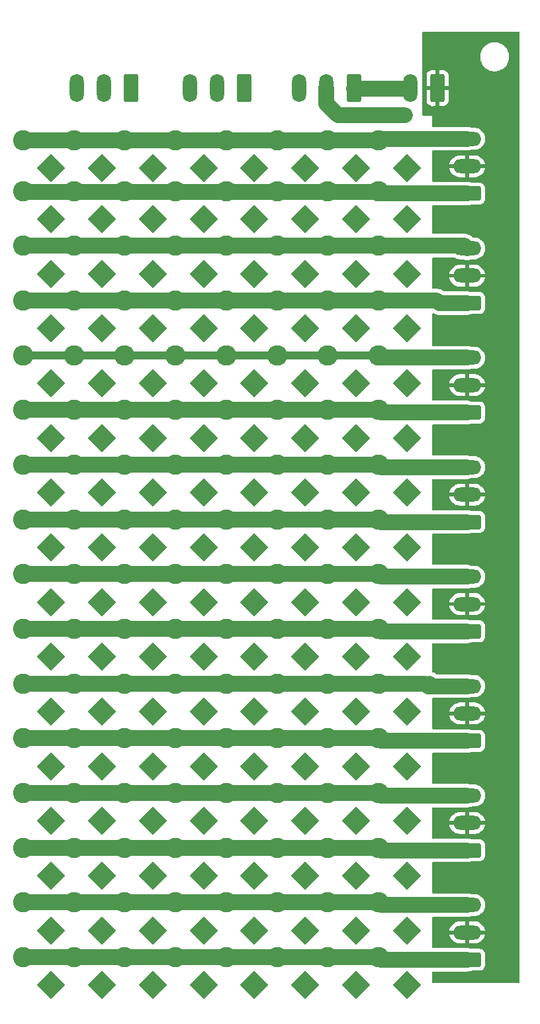
<source format=gbr>
%TF.GenerationSoftware,KiCad,Pcbnew,8.0.8*%
%TF.CreationDate,2025-02-01T21:35:17+01:00*%
%TF.ProjectId,pointMatrix,706f696e-744d-4617-9472-69782e6b6963,rev?*%
%TF.SameCoordinates,Original*%
%TF.FileFunction,Copper,L1,Top*%
%TF.FilePolarity,Positive*%
%FSLAX46Y46*%
G04 Gerber Fmt 4.6, Leading zero omitted, Abs format (unit mm)*
G04 Created by KiCad (PCBNEW 8.0.8) date 2025-02-01 21:35:17*
%MOMM*%
%LPD*%
G01*
G04 APERTURE LIST*
G04 Aperture macros list*
%AMRoundRect*
0 Rectangle with rounded corners*
0 $1 Rounding radius*
0 $2 $3 $4 $5 $6 $7 $8 $9 X,Y pos of 4 corners*
0 Add a 4 corners polygon primitive as box body*
4,1,4,$2,$3,$4,$5,$6,$7,$8,$9,$2,$3,0*
0 Add four circle primitives for the rounded corners*
1,1,$1+$1,$2,$3*
1,1,$1+$1,$4,$5*
1,1,$1+$1,$6,$7*
1,1,$1+$1,$8,$9*
0 Add four rect primitives between the rounded corners*
20,1,$1+$1,$2,$3,$4,$5,0*
20,1,$1+$1,$4,$5,$6,$7,0*
20,1,$1+$1,$6,$7,$8,$9,0*
20,1,$1+$1,$8,$9,$2,$3,0*%
%AMHorizOval*
0 Thick line with rounded ends*
0 $1 width*
0 $2 $3 position (X,Y) of the first rounded end (center of the circle)*
0 $4 $5 position (X,Y) of the second rounded end (center of the circle)*
0 Add line between two ends*
20,1,$1,$2,$3,$4,$5,0*
0 Add two circle primitives to create the rounded ends*
1,1,$1,$2,$3*
1,1,$1,$4,$5*%
%AMRotRect*
0 Rectangle, with rotation*
0 The origin of the aperture is its center*
0 $1 length*
0 $2 width*
0 $3 Rotation angle, in degrees counterclockwise*
0 Add horizontal line*
21,1,$1,$2,0,0,$3*%
G04 Aperture macros list end*
%TA.AperFunction,ComponentPad*%
%ADD10RotRect,2.600000X2.600000X135.000000*%
%TD*%
%TA.AperFunction,ComponentPad*%
%ADD11HorizOval,2.600000X0.000000X0.000000X0.000000X0.000000X0*%
%TD*%
%TA.AperFunction,ComponentPad*%
%ADD12RoundRect,0.250000X1.550000X-0.650000X1.550000X0.650000X-1.550000X0.650000X-1.550000X-0.650000X0*%
%TD*%
%TA.AperFunction,ComponentPad*%
%ADD13O,3.600000X1.800000*%
%TD*%
%TA.AperFunction,ComponentPad*%
%ADD14RoundRect,0.250000X0.650000X1.550000X-0.650000X1.550000X-0.650000X-1.550000X0.650000X-1.550000X0*%
%TD*%
%TA.AperFunction,ComponentPad*%
%ADD15O,1.800000X3.600000*%
%TD*%
%TA.AperFunction,ViaPad*%
%ADD16C,0.500000*%
%TD*%
%TA.AperFunction,Conductor*%
%ADD17C,2.000000*%
%TD*%
%TA.AperFunction,Conductor*%
%ADD18C,1.000000*%
%TD*%
G04 APERTURE END LIST*
D10*
%TO.P,D2504,1,K*%
%TO.N,/Matrix/COL4*%
X96259206Y-75759206D03*
D11*
%TO.P,D2504,2,A*%
%TO.N,/Matrix/8.A*%
X92667104Y-72167104D03*
%TD*%
D10*
%TO.P,D2207,1,K*%
%TO.N,/Matrix/COL7*%
X115759206Y-96759206D03*
D11*
%TO.P,D2207,2,A*%
%TO.N,/Matrix/6.B*%
X112167104Y-93167104D03*
%TD*%
D10*
%TO.P,D1904,1,K*%
%TO.N,/Matrix/COL4*%
X96259206Y-117759206D03*
D11*
%TO.P,D1904,2,A*%
%TO.N,/Matrix/5.A*%
X92667104Y-114167104D03*
%TD*%
D10*
%TO.P,D1907,1,K*%
%TO.N,/Matrix/COL7*%
X115759206Y-117759206D03*
D11*
%TO.P,D1907,2,A*%
%TO.N,/Matrix/5.A*%
X112167104Y-114167104D03*
%TD*%
D10*
%TO.P,D1701,1,K*%
%TO.N,/Matrix/COL1*%
X76759206Y-131759206D03*
D11*
%TO.P,D1701,2,A*%
%TO.N,/Matrix/4.A*%
X73167104Y-128167104D03*
%TD*%
D10*
%TO.P,D2402,1,K*%
%TO.N,/Matrix/COL2*%
X83259206Y-82759206D03*
D11*
%TO.P,D2402,2,A*%
%TO.N,/Matrix/7.B*%
X79667104Y-79167104D03*
%TD*%
D10*
%TO.P,D1702,1,K*%
%TO.N,/Matrix/COL2*%
X83259206Y-131759206D03*
D11*
%TO.P,D1702,2,A*%
%TO.N,/Matrix/4.A*%
X79667104Y-128167104D03*
%TD*%
D10*
%TO.P,D1404,1,K*%
%TO.N,/Matrix/COL4*%
X96259206Y-152759206D03*
D11*
%TO.P,D1404,2,A*%
%TO.N,/Matrix/2.B*%
X92667104Y-149167104D03*
%TD*%
D10*
%TO.P,D2005,1,K*%
%TO.N,/Matrix/COL5*%
X102759206Y-110759206D03*
D11*
%TO.P,D2005,2,A*%
%TO.N,/Matrix/5.B*%
X99167104Y-107167104D03*
%TD*%
D10*
%TO.P,D1308,1,K*%
%TO.N,/Matrix/COL8*%
X122259206Y-159759206D03*
D11*
%TO.P,D1308,2,A*%
%TO.N,/Matrix/2.A*%
X118667104Y-156167104D03*
%TD*%
D10*
%TO.P,D1707,1,K*%
%TO.N,/Matrix/COL7*%
X115759206Y-131759206D03*
D11*
%TO.P,D1707,2,A*%
%TO.N,/Matrix/4.A*%
X112167104Y-128167104D03*
%TD*%
D10*
%TO.P,D2103,1,K*%
%TO.N,/Matrix/COL3*%
X89759206Y-103759206D03*
D11*
%TO.P,D2103,2,A*%
%TO.N,/Matrix/6.A*%
X86167104Y-100167104D03*
%TD*%
D10*
%TO.P,D2003,1,K*%
%TO.N,/Matrix/COL3*%
X89759206Y-110759206D03*
D11*
%TO.P,D2003,2,A*%
%TO.N,/Matrix/5.B*%
X86167104Y-107167104D03*
%TD*%
D10*
%TO.P,D1303,1,K*%
%TO.N,/Matrix/COL3*%
X89759206Y-159759206D03*
D11*
%TO.P,D1303,2,A*%
%TO.N,/Matrix/2.A*%
X86167104Y-156167104D03*
%TD*%
D10*
%TO.P,D2008,1,K*%
%TO.N,/Matrix/COL8*%
X122259206Y-110759206D03*
D11*
%TO.P,D2008,2,A*%
%TO.N,/Matrix/5.B*%
X118667104Y-107167104D03*
%TD*%
D10*
%TO.P,D1706,1,K*%
%TO.N,/Matrix/COL6*%
X109259206Y-131759206D03*
D11*
%TO.P,D1706,2,A*%
%TO.N,/Matrix/4.A*%
X105667104Y-128167104D03*
%TD*%
D10*
%TO.P,D1806,1,K*%
%TO.N,/Matrix/COL6*%
X109259206Y-124759206D03*
D11*
%TO.P,D1806,2,A*%
%TO.N,/Matrix/4.B*%
X105667104Y-121167104D03*
%TD*%
D10*
%TO.P,D1304,1,K*%
%TO.N,/Matrix/COL4*%
X96259206Y-159759206D03*
D11*
%TO.P,D1304,2,A*%
%TO.N,/Matrix/2.A*%
X92667104Y-156167104D03*
%TD*%
D10*
%TO.P,D2301,1,K*%
%TO.N,/Matrix/COL1*%
X76759206Y-89759206D03*
D11*
%TO.P,D2301,2,A*%
%TO.N,/Matrix/7.A*%
X73167104Y-86167104D03*
%TD*%
D10*
%TO.P,D1807,1,K*%
%TO.N,/Matrix/COL7*%
X115759206Y-124759206D03*
D11*
%TO.P,D1807,2,A*%
%TO.N,/Matrix/4.B*%
X112167104Y-121167104D03*
%TD*%
D12*
%TO.P,J801,1,Pin_1*%
%TO.N,/Matrix/7.A*%
X130000000Y-86500000D03*
D13*
%TO.P,J801,2,Pin_2*%
%TO.N,VCC*%
X130000000Y-83000000D03*
%TO.P,J801,3,Pin_3*%
%TO.N,/Matrix/7.B*%
X130000000Y-79500000D03*
%TD*%
D10*
%TO.P,D2303,1,K*%
%TO.N,/Matrix/COL3*%
X89759206Y-89759206D03*
D11*
%TO.P,D2303,2,A*%
%TO.N,/Matrix/7.A*%
X86167104Y-86167104D03*
%TD*%
D10*
%TO.P,D1101,1,K*%
%TO.N,/Matrix/COL1*%
X76759206Y-173759206D03*
D11*
%TO.P,D1101,2,A*%
%TO.N,/Matrix/1.A*%
X73167104Y-170167104D03*
%TD*%
D10*
%TO.P,D2604,1,K*%
%TO.N,/Matrix/COL4*%
X96259206Y-69259206D03*
D11*
%TO.P,D2604,2,A*%
%TO.N,/Matrix/8.B*%
X92667104Y-65667104D03*
%TD*%
D10*
%TO.P,D1902,1,K*%
%TO.N,/Matrix/COL2*%
X83259206Y-117759206D03*
D11*
%TO.P,D1902,2,A*%
%TO.N,/Matrix/5.A*%
X79667104Y-114167104D03*
%TD*%
D10*
%TO.P,D1305,1,K*%
%TO.N,/Matrix/COL5*%
X102759206Y-159759206D03*
D11*
%TO.P,D1305,2,A*%
%TO.N,/Matrix/2.A*%
X99167104Y-156167104D03*
%TD*%
D10*
%TO.P,D1207,1,K*%
%TO.N,/Matrix/COL7*%
X115759206Y-166759206D03*
D11*
%TO.P,D1207,2,A*%
%TO.N,/Matrix/1.B*%
X112167104Y-163167104D03*
%TD*%
D10*
%TO.P,D1608,1,K*%
%TO.N,/Matrix/COL8*%
X122259206Y-138759206D03*
D11*
%TO.P,D1608,2,A*%
%TO.N,/Matrix/3.B*%
X118667104Y-135167104D03*
%TD*%
D10*
%TO.P,D2403,1,K*%
%TO.N,/Matrix/COL3*%
X89759206Y-82759206D03*
D11*
%TO.P,D2403,2,A*%
%TO.N,/Matrix/7.B*%
X86167104Y-79167104D03*
%TD*%
D10*
%TO.P,D1705,1,K*%
%TO.N,/Matrix/COL5*%
X102759206Y-131759206D03*
D11*
%TO.P,D1705,2,A*%
%TO.N,/Matrix/4.A*%
X99167104Y-128167104D03*
%TD*%
D10*
%TO.P,D1105,1,K*%
%TO.N,/Matrix/COL5*%
X102759206Y-173759206D03*
D11*
%TO.P,D1105,2,A*%
%TO.N,/Matrix/1.A*%
X99167104Y-170167104D03*
%TD*%
D10*
%TO.P,D2204,1,K*%
%TO.N,/Matrix/COL4*%
X96259206Y-96759206D03*
D11*
%TO.P,D2204,2,A*%
%TO.N,/Matrix/6.B*%
X92667104Y-93167104D03*
%TD*%
D10*
%TO.P,D1802,1,K*%
%TO.N,/Matrix/COL2*%
X83259206Y-124759206D03*
D11*
%TO.P,D1802,2,A*%
%TO.N,/Matrix/4.B*%
X79667104Y-121167104D03*
%TD*%
D10*
%TO.P,D2601,1,K*%
%TO.N,/Matrix/COL1*%
X76759206Y-69259206D03*
D11*
%TO.P,D2601,2,A*%
%TO.N,/Matrix/8.B*%
X73167104Y-65667104D03*
%TD*%
D10*
%TO.P,D1301,1,K*%
%TO.N,/Matrix/COL1*%
X76759206Y-159759206D03*
D11*
%TO.P,D1301,2,A*%
%TO.N,/Matrix/2.A*%
X73167104Y-156167104D03*
%TD*%
D10*
%TO.P,D2608,1,K*%
%TO.N,/Matrix/COL8*%
X122259206Y-69259206D03*
D11*
%TO.P,D2608,2,A*%
%TO.N,/Matrix/8.B*%
X118667104Y-65667104D03*
%TD*%
D10*
%TO.P,D1808,1,K*%
%TO.N,/Matrix/COL8*%
X122259206Y-124759206D03*
D11*
%TO.P,D1808,2,A*%
%TO.N,/Matrix/4.B*%
X118667104Y-121167104D03*
%TD*%
D10*
%TO.P,D1601,1,K*%
%TO.N,/Matrix/COL1*%
X76759206Y-138759206D03*
D11*
%TO.P,D1601,2,A*%
%TO.N,/Matrix/3.B*%
X73167104Y-135167104D03*
%TD*%
D10*
%TO.P,D1903,1,K*%
%TO.N,/Matrix/COL3*%
X89759206Y-117759206D03*
D11*
%TO.P,D1903,2,A*%
%TO.N,/Matrix/5.A*%
X86167104Y-114167104D03*
%TD*%
D10*
%TO.P,D2307,1,K*%
%TO.N,/Matrix/COL7*%
X115759206Y-89759206D03*
D11*
%TO.P,D2307,2,A*%
%TO.N,/Matrix/7.A*%
X112167104Y-86167104D03*
%TD*%
D10*
%TO.P,D1401,1,K*%
%TO.N,/Matrix/COL1*%
X76759206Y-152759206D03*
D11*
%TO.P,D1401,2,A*%
%TO.N,/Matrix/2.B*%
X73167104Y-149167104D03*
%TD*%
D10*
%TO.P,D1803,1,K*%
%TO.N,/Matrix/COL3*%
X89759206Y-124759206D03*
D11*
%TO.P,D1803,2,A*%
%TO.N,/Matrix/4.B*%
X86167104Y-121167104D03*
%TD*%
D10*
%TO.P,D2507,1,K*%
%TO.N,/Matrix/COL7*%
X115759206Y-75759206D03*
D11*
%TO.P,D2507,2,A*%
%TO.N,/Matrix/8.A*%
X112167104Y-72167104D03*
%TD*%
D10*
%TO.P,D1603,1,K*%
%TO.N,/Matrix/COL3*%
X89759206Y-138759206D03*
D11*
%TO.P,D1603,2,A*%
%TO.N,/Matrix/3.B*%
X86167104Y-135167104D03*
%TD*%
D12*
%TO.P,J501,1,Pin_1*%
%TO.N,/Matrix/4.A*%
X130000000Y-128500000D03*
D13*
%TO.P,J501,2,Pin_2*%
%TO.N,VCC*%
X130000000Y-125000000D03*
%TO.P,J501,3,Pin_3*%
%TO.N,/Matrix/4.B*%
X130000000Y-121500000D03*
%TD*%
D10*
%TO.P,D2503,1,K*%
%TO.N,/Matrix/COL3*%
X89759206Y-75759206D03*
D11*
%TO.P,D2503,2,A*%
%TO.N,/Matrix/8.A*%
X86167104Y-72167104D03*
%TD*%
D12*
%TO.P,J901,1,Pin_1*%
%TO.N,/Matrix/8.A*%
X130000000Y-72500000D03*
D13*
%TO.P,J901,2,Pin_2*%
%TO.N,VCC*%
X130000000Y-69000000D03*
%TO.P,J901,3,Pin_3*%
%TO.N,/Matrix/8.B*%
X130000000Y-65500000D03*
%TD*%
D10*
%TO.P,D1202,1,K*%
%TO.N,/Matrix/COL2*%
X83259206Y-166759206D03*
D11*
%TO.P,D1202,2,A*%
%TO.N,/Matrix/1.B*%
X79667104Y-163167104D03*
%TD*%
D10*
%TO.P,D2406,1,K*%
%TO.N,/Matrix/COL6*%
X109259206Y-82759206D03*
D11*
%TO.P,D2406,2,A*%
%TO.N,/Matrix/7.B*%
X105667104Y-79167104D03*
%TD*%
D10*
%TO.P,D2102,1,K*%
%TO.N,/Matrix/COL2*%
X83259206Y-103759206D03*
D11*
%TO.P,D2102,2,A*%
%TO.N,/Matrix/6.A*%
X79667104Y-100167104D03*
%TD*%
D10*
%TO.P,D1104,1,K*%
%TO.N,/Matrix/COL4*%
X96259206Y-173759206D03*
D11*
%TO.P,D1104,2,A*%
%TO.N,/Matrix/1.A*%
X92667104Y-170167104D03*
%TD*%
D10*
%TO.P,D1103,1,K*%
%TO.N,/Matrix/COL3*%
X89759206Y-173759206D03*
D11*
%TO.P,D1103,2,A*%
%TO.N,/Matrix/1.A*%
X86167104Y-170167104D03*
%TD*%
D10*
%TO.P,D2104,1,K*%
%TO.N,/Matrix/COL4*%
X96259206Y-103759206D03*
D11*
%TO.P,D2104,2,A*%
%TO.N,/Matrix/6.A*%
X92667104Y-100167104D03*
%TD*%
D10*
%TO.P,D1203,1,K*%
%TO.N,/Matrix/COL3*%
X89759206Y-166759206D03*
D11*
%TO.P,D1203,2,A*%
%TO.N,/Matrix/1.B*%
X86167104Y-163167104D03*
%TD*%
D10*
%TO.P,D2107,1,K*%
%TO.N,/Matrix/COL7*%
X115759206Y-103759206D03*
D11*
%TO.P,D2107,2,A*%
%TO.N,/Matrix/6.A*%
X112167104Y-100167104D03*
%TD*%
D10*
%TO.P,D2101,1,K*%
%TO.N,/Matrix/COL1*%
X76759206Y-103759206D03*
D11*
%TO.P,D2101,2,A*%
%TO.N,/Matrix/6.A*%
X73167104Y-100167104D03*
%TD*%
D10*
%TO.P,D2205,1,K*%
%TO.N,/Matrix/COL5*%
X102759206Y-96759206D03*
D11*
%TO.P,D2205,2,A*%
%TO.N,/Matrix/6.B*%
X99167104Y-93167104D03*
%TD*%
D12*
%TO.P,J201,1,Pin_1*%
%TO.N,/Matrix/1.A*%
X130000000Y-170500000D03*
D13*
%TO.P,J201,2,Pin_2*%
%TO.N,VCC*%
X130000000Y-167000000D03*
%TO.P,J201,3,Pin_3*%
%TO.N,/Matrix/1.B*%
X130000000Y-163500000D03*
%TD*%
D10*
%TO.P,D2602,1,K*%
%TO.N,/Matrix/COL2*%
X83259206Y-69259206D03*
D11*
%TO.P,D2602,2,A*%
%TO.N,/Matrix/8.B*%
X79667104Y-65667104D03*
%TD*%
D10*
%TO.P,D2202,1,K*%
%TO.N,/Matrix/COL2*%
X83259206Y-96759206D03*
D11*
%TO.P,D2202,2,A*%
%TO.N,/Matrix/6.B*%
X79667104Y-93167104D03*
%TD*%
D10*
%TO.P,D1501,1,K*%
%TO.N,/Matrix/COL1*%
X76759206Y-145759206D03*
D11*
%TO.P,D1501,2,A*%
%TO.N,/Matrix/3.A*%
X73167104Y-142167104D03*
%TD*%
D10*
%TO.P,D2405,1,K*%
%TO.N,/Matrix/COL5*%
X102759206Y-82759206D03*
D11*
%TO.P,D2405,2,A*%
%TO.N,/Matrix/7.B*%
X99167104Y-79167104D03*
%TD*%
D10*
%TO.P,D1908,1,K*%
%TO.N,/Matrix/COL8*%
X122259206Y-117759206D03*
D11*
%TO.P,D1908,2,A*%
%TO.N,/Matrix/5.A*%
X118667104Y-114167104D03*
%TD*%
D10*
%TO.P,D1108,1,K*%
%TO.N,/Matrix/COL8*%
X122259206Y-173759206D03*
D11*
%TO.P,D1108,2,A*%
%TO.N,/Matrix/1.A*%
X118667104Y-170167104D03*
%TD*%
D10*
%TO.P,D1605,1,K*%
%TO.N,/Matrix/COL5*%
X102759206Y-138759206D03*
D11*
%TO.P,D1605,2,A*%
%TO.N,/Matrix/3.B*%
X99167104Y-135167104D03*
%TD*%
D10*
%TO.P,D2501,1,K*%
%TO.N,/Matrix/COL1*%
X76759206Y-75759206D03*
D11*
%TO.P,D2501,2,A*%
%TO.N,/Matrix/8.A*%
X73167104Y-72167104D03*
%TD*%
D10*
%TO.P,D1102,1,K*%
%TO.N,/Matrix/COL2*%
X83259206Y-173759206D03*
D11*
%TO.P,D1102,2,A*%
%TO.N,/Matrix/1.A*%
X79667104Y-170167104D03*
%TD*%
D10*
%TO.P,D1504,1,K*%
%TO.N,/Matrix/COL4*%
X96259206Y-145759206D03*
D11*
%TO.P,D1504,2,A*%
%TO.N,/Matrix/3.A*%
X92667104Y-142167104D03*
%TD*%
D10*
%TO.P,D1901,1,K*%
%TO.N,/Matrix/COL1*%
X76759206Y-117759206D03*
D11*
%TO.P,D1901,2,A*%
%TO.N,/Matrix/5.A*%
X73167104Y-114167104D03*
%TD*%
D10*
%TO.P,D2603,1,K*%
%TO.N,/Matrix/COL3*%
X89759206Y-69259206D03*
D11*
%TO.P,D2603,2,A*%
%TO.N,/Matrix/8.B*%
X86167104Y-65667104D03*
%TD*%
D10*
%TO.P,D1307,1,K*%
%TO.N,/Matrix/COL7*%
X115759206Y-159759206D03*
D11*
%TO.P,D1307,2,A*%
%TO.N,/Matrix/2.A*%
X112167104Y-156167104D03*
%TD*%
D10*
%TO.P,D1703,1,K*%
%TO.N,/Matrix/COL3*%
X89759206Y-131759206D03*
D11*
%TO.P,D1703,2,A*%
%TO.N,/Matrix/4.A*%
X86167104Y-128167104D03*
%TD*%
D10*
%TO.P,D1406,1,K*%
%TO.N,/Matrix/COL6*%
X109259206Y-152759206D03*
D11*
%TO.P,D1406,2,A*%
%TO.N,/Matrix/2.B*%
X105667104Y-149167104D03*
%TD*%
D10*
%TO.P,D2606,1,K*%
%TO.N,/Matrix/COL6*%
X109259206Y-69259206D03*
D11*
%TO.P,D2606,2,A*%
%TO.N,/Matrix/8.B*%
X105667104Y-65667104D03*
%TD*%
D10*
%TO.P,D1205,1,K*%
%TO.N,/Matrix/COL5*%
X102759206Y-166759206D03*
D11*
%TO.P,D1205,2,A*%
%TO.N,/Matrix/1.B*%
X99167104Y-163167104D03*
%TD*%
D10*
%TO.P,D1602,1,K*%
%TO.N,/Matrix/COL2*%
X83259206Y-138759206D03*
D11*
%TO.P,D1602,2,A*%
%TO.N,/Matrix/3.B*%
X79667104Y-135167104D03*
%TD*%
D10*
%TO.P,D1604,1,K*%
%TO.N,/Matrix/COL4*%
X96259206Y-138759206D03*
D11*
%TO.P,D1604,2,A*%
%TO.N,/Matrix/3.B*%
X92667104Y-135167104D03*
%TD*%
D10*
%TO.P,D2305,1,K*%
%TO.N,/Matrix/COL5*%
X102759206Y-89759206D03*
D11*
%TO.P,D2305,2,A*%
%TO.N,/Matrix/7.A*%
X99167104Y-86167104D03*
%TD*%
D12*
%TO.P,J401,1,Pin_1*%
%TO.N,/Matrix/3.A*%
X130000000Y-142500000D03*
D13*
%TO.P,J401,2,Pin_2*%
%TO.N,VCC*%
X130000000Y-139000000D03*
%TO.P,J401,3,Pin_3*%
%TO.N,/Matrix/3.B*%
X130000000Y-135500000D03*
%TD*%
D10*
%TO.P,D1408,1,K*%
%TO.N,/Matrix/COL8*%
X122259206Y-152759206D03*
D11*
%TO.P,D1408,2,A*%
%TO.N,/Matrix/2.B*%
X118667104Y-149167104D03*
%TD*%
D10*
%TO.P,D2401,1,K*%
%TO.N,/Matrix/COL1*%
X76759206Y-82759206D03*
D11*
%TO.P,D2401,2,A*%
%TO.N,/Matrix/7.B*%
X73167104Y-79167104D03*
%TD*%
D10*
%TO.P,D1204,1,K*%
%TO.N,/Matrix/COL4*%
X96259206Y-166759206D03*
D11*
%TO.P,D1204,2,A*%
%TO.N,/Matrix/1.B*%
X92667104Y-163167104D03*
%TD*%
D10*
%TO.P,D2306,1,K*%
%TO.N,/Matrix/COL6*%
X109259206Y-89759206D03*
D11*
%TO.P,D2306,2,A*%
%TO.N,/Matrix/7.A*%
X105667104Y-86167104D03*
%TD*%
D10*
%TO.P,D1704,1,K*%
%TO.N,/Matrix/COL4*%
X96259206Y-131759206D03*
D11*
%TO.P,D1704,2,A*%
%TO.N,/Matrix/4.A*%
X92667104Y-128167104D03*
%TD*%
D10*
%TO.P,D2106,1,K*%
%TO.N,/Matrix/COL6*%
X109259206Y-103759206D03*
D11*
%TO.P,D2106,2,A*%
%TO.N,/Matrix/6.A*%
X105667104Y-100167104D03*
%TD*%
D10*
%TO.P,D2001,1,K*%
%TO.N,/Matrix/COL1*%
X76759206Y-110759206D03*
D11*
%TO.P,D2001,2,A*%
%TO.N,/Matrix/5.B*%
X73167104Y-107167104D03*
%TD*%
D10*
%TO.P,D1405,1,K*%
%TO.N,/Matrix/COL5*%
X102759206Y-152759206D03*
D11*
%TO.P,D1405,2,A*%
%TO.N,/Matrix/2.B*%
X99167104Y-149167104D03*
%TD*%
D10*
%TO.P,D2304,1,K*%
%TO.N,/Matrix/COL4*%
X96259206Y-89759206D03*
D11*
%TO.P,D2304,2,A*%
%TO.N,/Matrix/7.A*%
X92667104Y-86167104D03*
%TD*%
D10*
%TO.P,D1508,1,K*%
%TO.N,/Matrix/COL8*%
X122259206Y-145759206D03*
D11*
%TO.P,D1508,2,A*%
%TO.N,/Matrix/3.A*%
X118667104Y-142167104D03*
%TD*%
D12*
%TO.P,J601,1,Pin_1*%
%TO.N,/Matrix/5.A*%
X130000000Y-114500000D03*
D13*
%TO.P,J601,2,Pin_2*%
%TO.N,VCC*%
X130000000Y-111000000D03*
%TO.P,J601,3,Pin_3*%
%TO.N,/Matrix/5.B*%
X130000000Y-107500000D03*
%TD*%
D10*
%TO.P,D2408,1,K*%
%TO.N,/Matrix/COL8*%
X122259206Y-82759206D03*
D11*
%TO.P,D2408,2,A*%
%TO.N,/Matrix/7.B*%
X118667104Y-79167104D03*
%TD*%
D10*
%TO.P,D1607,1,K*%
%TO.N,/Matrix/COL7*%
X115759206Y-138759206D03*
D11*
%TO.P,D1607,2,A*%
%TO.N,/Matrix/3.B*%
X112167104Y-135167104D03*
%TD*%
D10*
%TO.P,D2201,1,K*%
%TO.N,/Matrix/COL1*%
X76759206Y-96759206D03*
D11*
%TO.P,D2201,2,A*%
%TO.N,/Matrix/6.B*%
X73167104Y-93167104D03*
%TD*%
D10*
%TO.P,D2208,1,K*%
%TO.N,/Matrix/COL8*%
X122259206Y-96759206D03*
D11*
%TO.P,D2208,2,A*%
%TO.N,/Matrix/6.B*%
X118667104Y-93167104D03*
%TD*%
D10*
%TO.P,D2506,1,K*%
%TO.N,/Matrix/COL6*%
X109259206Y-75759206D03*
D11*
%TO.P,D2506,2,A*%
%TO.N,/Matrix/8.A*%
X105667104Y-72167104D03*
%TD*%
D10*
%TO.P,D2302,1,K*%
%TO.N,/Matrix/COL2*%
X83259206Y-89759206D03*
D11*
%TO.P,D2302,2,A*%
%TO.N,/Matrix/7.A*%
X79667104Y-86167104D03*
%TD*%
D10*
%TO.P,D1905,1,K*%
%TO.N,/Matrix/COL5*%
X102759206Y-117759206D03*
D11*
%TO.P,D1905,2,A*%
%TO.N,/Matrix/5.A*%
X99167104Y-114167104D03*
%TD*%
D10*
%TO.P,D1505,1,K*%
%TO.N,/Matrix/COL5*%
X102759206Y-145759206D03*
D11*
%TO.P,D1505,2,A*%
%TO.N,/Matrix/3.A*%
X99167104Y-142167104D03*
%TD*%
D14*
%TO.P,J2803,1,Pin_1*%
%TO.N,GND*%
X115500000Y-59000000D03*
D15*
%TO.P,J2803,2,Pin_2*%
%TO.N,/Matrix/COL8*%
X112000000Y-59000000D03*
%TO.P,J2803,3,Pin_3*%
%TO.N,/Matrix/COL7*%
X108500000Y-59000000D03*
%TD*%
D10*
%TO.P,D1506,1,K*%
%TO.N,/Matrix/COL6*%
X109259206Y-145759206D03*
D11*
%TO.P,D1506,2,A*%
%TO.N,/Matrix/3.A*%
X105667104Y-142167104D03*
%TD*%
D10*
%TO.P,D2108,1,K*%
%TO.N,/Matrix/COL8*%
X122259206Y-103759206D03*
D11*
%TO.P,D2108,2,A*%
%TO.N,/Matrix/6.A*%
X118667104Y-100167104D03*
%TD*%
D10*
%TO.P,D1801,1,K*%
%TO.N,/Matrix/COL1*%
X76759206Y-124759206D03*
D11*
%TO.P,D1801,2,A*%
%TO.N,/Matrix/4.B*%
X73167104Y-121167104D03*
%TD*%
D10*
%TO.P,D1201,1,K*%
%TO.N,/Matrix/COL1*%
X76759206Y-166759206D03*
D11*
%TO.P,D1201,2,A*%
%TO.N,/Matrix/1.B*%
X73167104Y-163167104D03*
%TD*%
D10*
%TO.P,D2105,1,K*%
%TO.N,/Matrix/COL5*%
X102759206Y-103759206D03*
D11*
%TO.P,D2105,2,A*%
%TO.N,/Matrix/6.A*%
X99167104Y-100167104D03*
%TD*%
D10*
%TO.P,D2502,1,K*%
%TO.N,/Matrix/COL2*%
X83259206Y-75759206D03*
D11*
%TO.P,D2502,2,A*%
%TO.N,/Matrix/8.A*%
X79667104Y-72167104D03*
%TD*%
D14*
%TO.P,J2802,1,Pin_1*%
%TO.N,/Matrix/COL6*%
X101500000Y-59000000D03*
D15*
%TO.P,J2802,2,Pin_2*%
%TO.N,/Matrix/COL5*%
X98000000Y-59000000D03*
%TO.P,J2802,3,Pin_3*%
%TO.N,/Matrix/COL4*%
X94500000Y-59000000D03*
%TD*%
D10*
%TO.P,D1906,1,K*%
%TO.N,/Matrix/COL6*%
X109259206Y-117759206D03*
D11*
%TO.P,D1906,2,A*%
%TO.N,/Matrix/5.A*%
X105667104Y-114167104D03*
%TD*%
D10*
%TO.P,D2404,1,K*%
%TO.N,/Matrix/COL4*%
X96259206Y-82759206D03*
D11*
%TO.P,D2404,2,A*%
%TO.N,/Matrix/7.B*%
X92667104Y-79167104D03*
%TD*%
D10*
%TO.P,D1107,1,K*%
%TO.N,/Matrix/COL7*%
X115759206Y-173759206D03*
D11*
%TO.P,D1107,2,A*%
%TO.N,/Matrix/1.A*%
X112167104Y-170167104D03*
%TD*%
D10*
%TO.P,D1804,1,K*%
%TO.N,/Matrix/COL4*%
X96259206Y-124759206D03*
D11*
%TO.P,D1804,2,A*%
%TO.N,/Matrix/4.B*%
X92667104Y-121167104D03*
%TD*%
D10*
%TO.P,D1407,1,K*%
%TO.N,/Matrix/COL7*%
X115759206Y-152759206D03*
D11*
%TO.P,D1407,2,A*%
%TO.N,/Matrix/2.B*%
X112167104Y-149167104D03*
%TD*%
D10*
%TO.P,D1402,1,K*%
%TO.N,/Matrix/COL2*%
X83259206Y-152759206D03*
D11*
%TO.P,D1402,2,A*%
%TO.N,/Matrix/2.B*%
X79667104Y-149167104D03*
%TD*%
D10*
%TO.P,D1208,1,K*%
%TO.N,/Matrix/COL8*%
X122259206Y-166759206D03*
D11*
%TO.P,D1208,2,A*%
%TO.N,/Matrix/1.B*%
X118667104Y-163167104D03*
%TD*%
D12*
%TO.P,J701,1,Pin_1*%
%TO.N,/Matrix/6.A*%
X130000000Y-100500000D03*
D13*
%TO.P,J701,2,Pin_2*%
%TO.N,VCC*%
X130000000Y-97000000D03*
%TO.P,J701,3,Pin_3*%
%TO.N,/Matrix/6.B*%
X130000000Y-93500000D03*
%TD*%
D10*
%TO.P,D2505,1,K*%
%TO.N,/Matrix/COL5*%
X102759206Y-75759206D03*
D11*
%TO.P,D2505,2,A*%
%TO.N,/Matrix/8.A*%
X99167104Y-72167104D03*
%TD*%
D10*
%TO.P,D1306,1,K*%
%TO.N,/Matrix/COL6*%
X109259206Y-159759206D03*
D11*
%TO.P,D1306,2,A*%
%TO.N,/Matrix/2.A*%
X105667104Y-156167104D03*
%TD*%
D10*
%TO.P,D2006,1,K*%
%TO.N,/Matrix/COL6*%
X109259206Y-110759206D03*
D11*
%TO.P,D2006,2,A*%
%TO.N,/Matrix/5.B*%
X105667104Y-107167104D03*
%TD*%
D12*
%TO.P,J301,1,Pin_1*%
%TO.N,/Matrix/2.A*%
X130000000Y-156500000D03*
D13*
%TO.P,J301,2,Pin_2*%
%TO.N,VCC*%
X130000000Y-153000000D03*
%TO.P,J301,3,Pin_3*%
%TO.N,/Matrix/2.B*%
X130000000Y-149500000D03*
%TD*%
D10*
%TO.P,D1502,1,K*%
%TO.N,/Matrix/COL2*%
X83259206Y-145759206D03*
D11*
%TO.P,D1502,2,A*%
%TO.N,/Matrix/3.A*%
X79667104Y-142167104D03*
%TD*%
D10*
%TO.P,D1403,1,K*%
%TO.N,/Matrix/COL3*%
X89759206Y-152759206D03*
D11*
%TO.P,D1403,2,A*%
%TO.N,/Matrix/2.B*%
X86167104Y-149167104D03*
%TD*%
D10*
%TO.P,D2508,1,K*%
%TO.N,/Matrix/COL8*%
X122259206Y-75759206D03*
D11*
%TO.P,D2508,2,A*%
%TO.N,/Matrix/8.A*%
X118667104Y-72167104D03*
%TD*%
D10*
%TO.P,D2206,1,K*%
%TO.N,/Matrix/COL6*%
X109259206Y-96759206D03*
D11*
%TO.P,D2206,2,A*%
%TO.N,/Matrix/6.B*%
X105667104Y-93167104D03*
%TD*%
D10*
%TO.P,D1503,1,K*%
%TO.N,/Matrix/COL3*%
X89759206Y-145759206D03*
D11*
%TO.P,D1503,2,A*%
%TO.N,/Matrix/3.A*%
X86167104Y-142167104D03*
%TD*%
D10*
%TO.P,D1106,1,K*%
%TO.N,/Matrix/COL6*%
X109259206Y-173759206D03*
D11*
%TO.P,D1106,2,A*%
%TO.N,/Matrix/1.A*%
X105667104Y-170167104D03*
%TD*%
D10*
%TO.P,D2407,1,K*%
%TO.N,/Matrix/COL7*%
X115759206Y-82759206D03*
D11*
%TO.P,D2407,2,A*%
%TO.N,/Matrix/7.B*%
X112167104Y-79167104D03*
%TD*%
D10*
%TO.P,D1708,1,K*%
%TO.N,/Matrix/COL8*%
X122259206Y-131759206D03*
D11*
%TO.P,D1708,2,A*%
%TO.N,/Matrix/4.A*%
X118667104Y-128167104D03*
%TD*%
D10*
%TO.P,D1507,1,K*%
%TO.N,/Matrix/COL7*%
X115759206Y-145759206D03*
D11*
%TO.P,D1507,2,A*%
%TO.N,/Matrix/3.A*%
X112167104Y-142167104D03*
%TD*%
D10*
%TO.P,D1805,1,K*%
%TO.N,/Matrix/COL5*%
X102759206Y-124759206D03*
D11*
%TO.P,D1805,2,A*%
%TO.N,/Matrix/4.B*%
X99167104Y-121167104D03*
%TD*%
D10*
%TO.P,D1302,1,K*%
%TO.N,/Matrix/COL2*%
X83259206Y-159759206D03*
D11*
%TO.P,D1302,2,A*%
%TO.N,/Matrix/2.A*%
X79667104Y-156167104D03*
%TD*%
D10*
%TO.P,D2605,1,K*%
%TO.N,/Matrix/COL5*%
X102759206Y-69259206D03*
D11*
%TO.P,D2605,2,A*%
%TO.N,/Matrix/8.B*%
X99167104Y-65667104D03*
%TD*%
D10*
%TO.P,D2308,1,K*%
%TO.N,/Matrix/COL8*%
X122259206Y-89759206D03*
D11*
%TO.P,D2308,2,A*%
%TO.N,/Matrix/7.A*%
X118667104Y-86167104D03*
%TD*%
D14*
%TO.P,J2801,1,Pin_1*%
%TO.N,/Matrix/COL3*%
X87000000Y-59000000D03*
D15*
%TO.P,J2801,2,Pin_2*%
%TO.N,/Matrix/COL2*%
X83500000Y-59000000D03*
%TO.P,J2801,3,Pin_3*%
%TO.N,/Matrix/COL1*%
X80000000Y-59000000D03*
%TD*%
D10*
%TO.P,D2203,1,K*%
%TO.N,/Matrix/COL3*%
X89759206Y-96759206D03*
D11*
%TO.P,D2203,2,A*%
%TO.N,/Matrix/6.B*%
X86167104Y-93167104D03*
%TD*%
D10*
%TO.P,D1606,1,K*%
%TO.N,/Matrix/COL6*%
X109259206Y-138759206D03*
D11*
%TO.P,D1606,2,A*%
%TO.N,/Matrix/3.B*%
X105667104Y-135167104D03*
%TD*%
D14*
%TO.P,J2701,1,Pin_1*%
%TO.N,VCC*%
X126195000Y-59000000D03*
D15*
%TO.P,J2701,2,Pin_2*%
%TO.N,GND*%
X122695000Y-59000000D03*
%TD*%
D10*
%TO.P,D2007,1,K*%
%TO.N,/Matrix/COL7*%
X115759206Y-110759206D03*
D11*
%TO.P,D2007,2,A*%
%TO.N,/Matrix/5.B*%
X112167104Y-107167104D03*
%TD*%
D10*
%TO.P,D2004,1,K*%
%TO.N,/Matrix/COL4*%
X96259206Y-110759206D03*
D11*
%TO.P,D2004,2,A*%
%TO.N,/Matrix/5.B*%
X92667104Y-107167104D03*
%TD*%
D10*
%TO.P,D2607,1,K*%
%TO.N,/Matrix/COL7*%
X115759206Y-69259206D03*
D11*
%TO.P,D2607,2,A*%
%TO.N,/Matrix/8.B*%
X112167104Y-65667104D03*
%TD*%
D10*
%TO.P,D1206,1,K*%
%TO.N,/Matrix/COL6*%
X109259206Y-166759206D03*
D11*
%TO.P,D1206,2,A*%
%TO.N,/Matrix/1.B*%
X105667104Y-163167104D03*
%TD*%
D10*
%TO.P,D2002,1,K*%
%TO.N,/Matrix/COL2*%
X83259206Y-110759206D03*
D11*
%TO.P,D2002,2,A*%
%TO.N,/Matrix/5.B*%
X79667104Y-107167104D03*
%TD*%
D16*
%TO.N,/Matrix/COL8*%
X121285000Y-63119000D03*
X122301000Y-62103000D03*
X121285000Y-62103000D03*
X122301000Y-63119000D03*
X121793000Y-62611000D03*
%TD*%
D17*
%TO.N,GND*%
X115504000Y-59067500D02*
X122112000Y-59067500D01*
%TO.N,/Matrix/1.A*%
X119000000Y-170500000D02*
X118667104Y-170167104D01*
X73167104Y-170167104D02*
X118667104Y-170167104D01*
X130000000Y-170500000D02*
X119000000Y-170500000D01*
%TO.N,/Matrix/COL8*%
X112000000Y-59000000D02*
X112000000Y-61000000D01*
X112000000Y-61000000D02*
X113500000Y-62500000D01*
X113500000Y-62500000D02*
X122000000Y-62500000D01*
%TO.N,/Matrix/1.B*%
X73167104Y-163167104D02*
X118667104Y-163167104D01*
X130000000Y-163500000D02*
X119000000Y-163500000D01*
X119000000Y-163500000D02*
X118667104Y-163167104D01*
%TO.N,/Matrix/2.A*%
X73167104Y-156167104D02*
X118667104Y-156167104D01*
X119000000Y-156500000D02*
X118667104Y-156167104D01*
X130000000Y-156500000D02*
X119000000Y-156500000D01*
%TO.N,/Matrix/2.B*%
X130000000Y-149500000D02*
X119000000Y-149500000D01*
X73167104Y-149167104D02*
X118667104Y-149167104D01*
X119000000Y-149500000D02*
X118667104Y-149167104D01*
%TO.N,/Matrix/3.A*%
X130000000Y-142500000D02*
X119000000Y-142500000D01*
X119000000Y-142500000D02*
X118667104Y-142167104D01*
X73167104Y-142167104D02*
X118667104Y-142167104D01*
%TO.N,/Matrix/3.B*%
X125000000Y-135500000D02*
X130000000Y-135500000D01*
X73167104Y-135167104D02*
X118667104Y-135167104D01*
X125167104Y-135167104D02*
X125500000Y-135500000D01*
X118667104Y-135167104D02*
X124667104Y-135167104D01*
%TO.N,/Matrix/4.A*%
X130000000Y-128500000D02*
X119000000Y-128500000D01*
X73167104Y-128167104D02*
X118667104Y-128167104D01*
X119000000Y-128500000D02*
X118667104Y-128167104D01*
%TO.N,/Matrix/4.B*%
X73167104Y-121167104D02*
X118667104Y-121167104D01*
X130000000Y-121500000D02*
X119000000Y-121500000D01*
X119000000Y-121500000D02*
X118667104Y-121167104D01*
%TO.N,/Matrix/5.A*%
X73167104Y-114167104D02*
X118667104Y-114167104D01*
X130000000Y-114500000D02*
X119000000Y-114500000D01*
X119000000Y-114500000D02*
X118667104Y-114167104D01*
%TO.N,/Matrix/5.B*%
X73167104Y-107167104D02*
X118667104Y-107167104D01*
X119000000Y-107500000D02*
X118667104Y-107167104D01*
X130000000Y-107500000D02*
X119000000Y-107500000D01*
%TO.N,/Matrix/6.A*%
X119000000Y-100500000D02*
X118667104Y-100167104D01*
X130000000Y-100500000D02*
X119000000Y-100500000D01*
X73167104Y-100167104D02*
X118667104Y-100167104D01*
D18*
%TO.N,/Matrix/6.B*%
X73167104Y-93167104D02*
X118667104Y-93167104D01*
D17*
X119000000Y-93500000D02*
X130000000Y-93500000D01*
X118667104Y-93167104D02*
X119000000Y-93500000D01*
%TO.N,/Matrix/7.A*%
X126082896Y-86167104D02*
X73167104Y-86167104D01*
X126415792Y-86500000D02*
X126082896Y-86167104D01*
D18*
X126082896Y-86167104D02*
X118667104Y-86167104D01*
D17*
X130000000Y-86500000D02*
X126415792Y-86500000D01*
D18*
X118667104Y-86167104D02*
X73167104Y-86167104D01*
D17*
%TO.N,/Matrix/7.B*%
X73167104Y-79167104D02*
X118667104Y-79167104D01*
X118667104Y-79167104D02*
X129667104Y-79167104D01*
X129667104Y-79167104D02*
X130000000Y-79500000D01*
%TO.N,/Matrix/8.A*%
X73297684Y-72297684D02*
X118536524Y-72297684D01*
X119000000Y-72500000D02*
X118667104Y-72167104D01*
X73167104Y-72167104D02*
X73297684Y-72297684D01*
X130000000Y-72500000D02*
X119000000Y-72500000D01*
X118536524Y-72297684D02*
X118667104Y-72167104D01*
%TO.N,/Matrix/8.B*%
X73167104Y-65667104D02*
X118667104Y-65667104D01*
X118834208Y-65500000D02*
X118667104Y-65667104D01*
X130000000Y-65500000D02*
X118834208Y-65500000D01*
%TD*%
%TA.AperFunction,Conductor*%
%TO.N,VCC*%
G36*
X136642539Y-51820185D02*
G01*
X136688294Y-51872989D01*
X136699500Y-51924500D01*
X136699500Y-173376000D01*
X136679815Y-173443039D01*
X136627011Y-173488794D01*
X136575500Y-173500000D01*
X125624000Y-173500000D01*
X125556961Y-173480315D01*
X125511206Y-173427511D01*
X125500000Y-173376000D01*
X125500000Y-172124500D01*
X125519685Y-172057461D01*
X125572489Y-172011706D01*
X125624000Y-172000500D01*
X130118097Y-172000500D01*
X130247689Y-171979973D01*
X130351368Y-171963553D01*
X130475338Y-171923272D01*
X130526749Y-171906568D01*
X130565067Y-171900499D01*
X131600002Y-171900499D01*
X131600008Y-171900499D01*
X131702797Y-171889999D01*
X131869334Y-171834814D01*
X132018656Y-171742712D01*
X132142712Y-171618656D01*
X132234814Y-171469334D01*
X132289999Y-171302797D01*
X132300500Y-171200009D01*
X132300499Y-169799992D01*
X132289999Y-169697203D01*
X132234814Y-169530666D01*
X132142712Y-169381344D01*
X132018656Y-169257288D01*
X131869334Y-169165186D01*
X131702797Y-169110001D01*
X131702795Y-169110000D01*
X131600016Y-169099500D01*
X131600009Y-169099500D01*
X130565065Y-169099500D01*
X130526747Y-169093431D01*
X130351370Y-169036447D01*
X130118097Y-168999500D01*
X130118092Y-168999500D01*
X125624000Y-168999500D01*
X125556961Y-168979815D01*
X125511206Y-168927011D01*
X125500000Y-168875500D01*
X125500000Y-166750000D01*
X127722145Y-166750000D01*
X129451518Y-166750000D01*
X129440889Y-166768409D01*
X129400000Y-166921009D01*
X129400000Y-167078991D01*
X129440889Y-167231591D01*
X129451518Y-167250000D01*
X127722145Y-167250000D01*
X127734473Y-167327835D01*
X127734473Y-167327838D01*
X127802567Y-167537410D01*
X127902613Y-167733760D01*
X128032142Y-167912041D01*
X128187958Y-168067857D01*
X128366239Y-168197386D01*
X128562589Y-168297432D01*
X128772164Y-168365526D01*
X128989819Y-168400000D01*
X129750000Y-168400000D01*
X129750000Y-167548482D01*
X129768409Y-167559111D01*
X129921009Y-167600000D01*
X130078991Y-167600000D01*
X130231591Y-167559111D01*
X130250000Y-167548482D01*
X130250000Y-168400000D01*
X131010181Y-168400000D01*
X131227835Y-168365526D01*
X131437410Y-168297432D01*
X131633760Y-168197386D01*
X131812041Y-168067857D01*
X131967857Y-167912041D01*
X132097386Y-167733760D01*
X132197432Y-167537410D01*
X132265526Y-167327838D01*
X132265526Y-167327835D01*
X132277855Y-167250000D01*
X130548482Y-167250000D01*
X130559111Y-167231591D01*
X130600000Y-167078991D01*
X130600000Y-166921009D01*
X130559111Y-166768409D01*
X130548482Y-166750000D01*
X132277855Y-166750000D01*
X132265526Y-166672164D01*
X132265526Y-166672161D01*
X132197432Y-166462589D01*
X132097386Y-166266239D01*
X131967857Y-166087958D01*
X131812041Y-165932142D01*
X131633760Y-165802613D01*
X131437410Y-165702567D01*
X131227835Y-165634473D01*
X131010181Y-165600000D01*
X130250000Y-165600000D01*
X130250000Y-166451517D01*
X130231591Y-166440889D01*
X130078991Y-166400000D01*
X129921009Y-166400000D01*
X129768409Y-166440889D01*
X129750000Y-166451517D01*
X129750000Y-165600000D01*
X128989819Y-165600000D01*
X128772164Y-165634473D01*
X128562589Y-165702567D01*
X128366239Y-165802613D01*
X128187958Y-165932142D01*
X128032142Y-166087958D01*
X127902613Y-166266239D01*
X127802567Y-166462589D01*
X127734473Y-166672161D01*
X127734473Y-166672164D01*
X127722145Y-166750000D01*
X125500000Y-166750000D01*
X125500000Y-165124500D01*
X125519685Y-165057461D01*
X125572489Y-165011706D01*
X125624000Y-165000500D01*
X130118097Y-165000500D01*
X130231184Y-164982588D01*
X130351368Y-164963553D01*
X130351371Y-164963552D01*
X130351372Y-164963552D01*
X130526747Y-164906569D01*
X130565065Y-164900500D01*
X131010221Y-164900500D01*
X131010222Y-164900500D01*
X131227951Y-164866015D01*
X131437606Y-164797895D01*
X131634022Y-164697815D01*
X131812365Y-164568242D01*
X131968242Y-164412365D01*
X132097815Y-164234022D01*
X132197895Y-164037606D01*
X132266015Y-163827951D01*
X132300500Y-163610222D01*
X132300500Y-163389778D01*
X132266015Y-163172049D01*
X132197895Y-162962394D01*
X132197895Y-162962393D01*
X132163237Y-162894375D01*
X132097815Y-162765978D01*
X132081260Y-162743192D01*
X131968247Y-162587641D01*
X131968243Y-162587636D01*
X131812363Y-162431756D01*
X131812358Y-162431752D01*
X131634025Y-162302187D01*
X131634024Y-162302186D01*
X131634022Y-162302185D01*
X131571096Y-162270122D01*
X131437606Y-162202104D01*
X131437603Y-162202103D01*
X131227952Y-162133985D01*
X131072930Y-162109432D01*
X131010222Y-162099500D01*
X131010221Y-162099500D01*
X130565065Y-162099500D01*
X130526747Y-162093431D01*
X130351370Y-162036447D01*
X130118097Y-161999500D01*
X130118092Y-161999500D01*
X125624000Y-161999500D01*
X125556961Y-161979815D01*
X125511206Y-161927011D01*
X125500000Y-161875500D01*
X125500000Y-158124500D01*
X125519685Y-158057461D01*
X125572489Y-158011706D01*
X125624000Y-158000500D01*
X130118097Y-158000500D01*
X130247689Y-157979973D01*
X130351368Y-157963553D01*
X130475338Y-157923272D01*
X130526749Y-157906568D01*
X130565067Y-157900499D01*
X131600002Y-157900499D01*
X131600008Y-157900499D01*
X131702797Y-157889999D01*
X131869334Y-157834814D01*
X132018656Y-157742712D01*
X132142712Y-157618656D01*
X132234814Y-157469334D01*
X132289999Y-157302797D01*
X132300500Y-157200009D01*
X132300499Y-155799992D01*
X132289999Y-155697203D01*
X132234814Y-155530666D01*
X132142712Y-155381344D01*
X132018656Y-155257288D01*
X131869334Y-155165186D01*
X131702797Y-155110001D01*
X131702795Y-155110000D01*
X131600016Y-155099500D01*
X131600009Y-155099500D01*
X130565065Y-155099500D01*
X130526747Y-155093431D01*
X130351370Y-155036447D01*
X130118097Y-154999500D01*
X130118092Y-154999500D01*
X125624000Y-154999500D01*
X125556961Y-154979815D01*
X125511206Y-154927011D01*
X125500000Y-154875500D01*
X125500000Y-152750000D01*
X127722145Y-152750000D01*
X129451518Y-152750000D01*
X129440889Y-152768409D01*
X129400000Y-152921009D01*
X129400000Y-153078991D01*
X129440889Y-153231591D01*
X129451518Y-153250000D01*
X127722145Y-153250000D01*
X127734473Y-153327835D01*
X127734473Y-153327838D01*
X127802567Y-153537410D01*
X127902613Y-153733760D01*
X128032142Y-153912041D01*
X128187958Y-154067857D01*
X128366239Y-154197386D01*
X128562589Y-154297432D01*
X128772164Y-154365526D01*
X128989819Y-154400000D01*
X129750000Y-154400000D01*
X129750000Y-153548482D01*
X129768409Y-153559111D01*
X129921009Y-153600000D01*
X130078991Y-153600000D01*
X130231591Y-153559111D01*
X130250000Y-153548482D01*
X130250000Y-154400000D01*
X131010181Y-154400000D01*
X131227835Y-154365526D01*
X131437410Y-154297432D01*
X131633760Y-154197386D01*
X131812041Y-154067857D01*
X131967857Y-153912041D01*
X132097386Y-153733760D01*
X132197432Y-153537410D01*
X132265526Y-153327838D01*
X132265526Y-153327835D01*
X132277855Y-153250000D01*
X130548482Y-153250000D01*
X130559111Y-153231591D01*
X130600000Y-153078991D01*
X130600000Y-152921009D01*
X130559111Y-152768409D01*
X130548482Y-152750000D01*
X132277855Y-152750000D01*
X132265526Y-152672164D01*
X132265526Y-152672161D01*
X132197432Y-152462589D01*
X132097386Y-152266239D01*
X131967857Y-152087958D01*
X131812041Y-151932142D01*
X131633760Y-151802613D01*
X131437410Y-151702567D01*
X131227835Y-151634473D01*
X131010181Y-151600000D01*
X130250000Y-151600000D01*
X130250000Y-152451517D01*
X130231591Y-152440889D01*
X130078991Y-152400000D01*
X129921009Y-152400000D01*
X129768409Y-152440889D01*
X129750000Y-152451517D01*
X129750000Y-151600000D01*
X128989819Y-151600000D01*
X128772164Y-151634473D01*
X128562589Y-151702567D01*
X128366239Y-151802613D01*
X128187958Y-151932142D01*
X128032142Y-152087958D01*
X127902613Y-152266239D01*
X127802567Y-152462589D01*
X127734473Y-152672161D01*
X127734473Y-152672164D01*
X127722145Y-152750000D01*
X125500000Y-152750000D01*
X125500000Y-151124500D01*
X125519685Y-151057461D01*
X125572489Y-151011706D01*
X125624000Y-151000500D01*
X130118097Y-151000500D01*
X130231184Y-150982588D01*
X130351368Y-150963553D01*
X130351371Y-150963552D01*
X130351372Y-150963552D01*
X130526747Y-150906569D01*
X130565065Y-150900500D01*
X131010221Y-150900500D01*
X131010222Y-150900500D01*
X131227951Y-150866015D01*
X131437606Y-150797895D01*
X131634022Y-150697815D01*
X131812365Y-150568242D01*
X131968242Y-150412365D01*
X132097815Y-150234022D01*
X132197895Y-150037606D01*
X132266015Y-149827951D01*
X132300500Y-149610222D01*
X132300500Y-149389778D01*
X132266015Y-149172049D01*
X132197895Y-148962394D01*
X132197895Y-148962393D01*
X132163237Y-148894375D01*
X132097815Y-148765978D01*
X132081260Y-148743192D01*
X131968247Y-148587641D01*
X131968243Y-148587636D01*
X131812363Y-148431756D01*
X131812358Y-148431752D01*
X131634025Y-148302187D01*
X131634024Y-148302186D01*
X131634022Y-148302185D01*
X131571096Y-148270122D01*
X131437606Y-148202104D01*
X131437603Y-148202103D01*
X131227952Y-148133985D01*
X131072930Y-148109432D01*
X131010222Y-148099500D01*
X131010221Y-148099500D01*
X130565065Y-148099500D01*
X130526747Y-148093431D01*
X130351370Y-148036447D01*
X130118097Y-147999500D01*
X130118092Y-147999500D01*
X125624000Y-147999500D01*
X125556961Y-147979815D01*
X125511206Y-147927011D01*
X125500000Y-147875500D01*
X125500000Y-144124500D01*
X125519685Y-144057461D01*
X125572489Y-144011706D01*
X125624000Y-144000500D01*
X130118097Y-144000500D01*
X130247689Y-143979973D01*
X130351368Y-143963553D01*
X130475338Y-143923272D01*
X130526749Y-143906568D01*
X130565067Y-143900499D01*
X131600002Y-143900499D01*
X131600008Y-143900499D01*
X131702797Y-143889999D01*
X131869334Y-143834814D01*
X132018656Y-143742712D01*
X132142712Y-143618656D01*
X132234814Y-143469334D01*
X132289999Y-143302797D01*
X132300500Y-143200009D01*
X132300499Y-141799992D01*
X132289999Y-141697203D01*
X132234814Y-141530666D01*
X132142712Y-141381344D01*
X132018656Y-141257288D01*
X131869334Y-141165186D01*
X131702797Y-141110001D01*
X131702795Y-141110000D01*
X131600016Y-141099500D01*
X131600009Y-141099500D01*
X130565065Y-141099500D01*
X130526747Y-141093431D01*
X130351370Y-141036447D01*
X130118097Y-140999500D01*
X130118092Y-140999500D01*
X125624000Y-140999500D01*
X125556961Y-140979815D01*
X125511206Y-140927011D01*
X125500000Y-140875500D01*
X125500000Y-138750000D01*
X127722145Y-138750000D01*
X129451518Y-138750000D01*
X129440889Y-138768409D01*
X129400000Y-138921009D01*
X129400000Y-139078991D01*
X129440889Y-139231591D01*
X129451518Y-139250000D01*
X127722145Y-139250000D01*
X127734473Y-139327835D01*
X127734473Y-139327838D01*
X127802567Y-139537410D01*
X127902613Y-139733760D01*
X128032142Y-139912041D01*
X128187958Y-140067857D01*
X128366239Y-140197386D01*
X128562589Y-140297432D01*
X128772164Y-140365526D01*
X128989819Y-140400000D01*
X129750000Y-140400000D01*
X129750000Y-139548482D01*
X129768409Y-139559111D01*
X129921009Y-139600000D01*
X130078991Y-139600000D01*
X130231591Y-139559111D01*
X130250000Y-139548482D01*
X130250000Y-140400000D01*
X131010181Y-140400000D01*
X131227835Y-140365526D01*
X131437410Y-140297432D01*
X131633760Y-140197386D01*
X131812041Y-140067857D01*
X131967857Y-139912041D01*
X132097386Y-139733760D01*
X132197432Y-139537410D01*
X132265526Y-139327838D01*
X132265526Y-139327835D01*
X132277855Y-139250000D01*
X130548482Y-139250000D01*
X130559111Y-139231591D01*
X130600000Y-139078991D01*
X130600000Y-138921009D01*
X130559111Y-138768409D01*
X130548482Y-138750000D01*
X132277855Y-138750000D01*
X132265526Y-138672164D01*
X132265526Y-138672161D01*
X132197432Y-138462589D01*
X132097386Y-138266239D01*
X131967857Y-138087958D01*
X131812041Y-137932142D01*
X131633760Y-137802613D01*
X131437410Y-137702567D01*
X131227835Y-137634473D01*
X131010181Y-137600000D01*
X130250000Y-137600000D01*
X130250000Y-138451517D01*
X130231591Y-138440889D01*
X130078991Y-138400000D01*
X129921009Y-138400000D01*
X129768409Y-138440889D01*
X129750000Y-138451517D01*
X129750000Y-137600000D01*
X128989819Y-137600000D01*
X128772164Y-137634473D01*
X128562589Y-137702567D01*
X128366239Y-137802613D01*
X128187958Y-137932142D01*
X128032142Y-138087958D01*
X127902613Y-138266239D01*
X127802567Y-138462589D01*
X127734473Y-138672161D01*
X127734473Y-138672164D01*
X127722145Y-138750000D01*
X125500000Y-138750000D01*
X125500000Y-137124500D01*
X125519685Y-137057461D01*
X125572489Y-137011706D01*
X125624000Y-137000500D01*
X130118097Y-137000500D01*
X130231184Y-136982588D01*
X130351368Y-136963553D01*
X130351371Y-136963552D01*
X130351372Y-136963552D01*
X130526747Y-136906569D01*
X130565065Y-136900500D01*
X131010221Y-136900500D01*
X131010222Y-136900500D01*
X131227951Y-136866015D01*
X131437606Y-136797895D01*
X131634022Y-136697815D01*
X131812365Y-136568242D01*
X131968242Y-136412365D01*
X132097815Y-136234022D01*
X132197895Y-136037606D01*
X132266015Y-135827951D01*
X132300500Y-135610222D01*
X132300500Y-135389778D01*
X132266015Y-135172049D01*
X132231955Y-135067221D01*
X132197896Y-134962396D01*
X132197895Y-134962393D01*
X132123168Y-134815736D01*
X132097815Y-134765978D01*
X132081260Y-134743192D01*
X131968247Y-134587641D01*
X131968243Y-134587636D01*
X131812363Y-134431756D01*
X131812358Y-134431752D01*
X131634025Y-134302187D01*
X131634024Y-134302186D01*
X131634022Y-134302185D01*
X131571096Y-134270122D01*
X131437606Y-134202104D01*
X131437603Y-134202103D01*
X131227952Y-134133985D01*
X131119086Y-134116742D01*
X131010222Y-134099500D01*
X131010221Y-134099500D01*
X130565065Y-134099500D01*
X130526747Y-134093431D01*
X130351370Y-134036447D01*
X130118097Y-133999500D01*
X130118092Y-133999500D01*
X126153129Y-133999500D01*
X126086090Y-133979815D01*
X126080243Y-133975818D01*
X125953538Y-133883761D01*
X125743098Y-133776537D01*
X125743097Y-133776536D01*
X125743096Y-133776536D01*
X125585681Y-133725388D01*
X125528006Y-133685951D01*
X125500808Y-133621593D01*
X125500000Y-133607458D01*
X125500000Y-130124500D01*
X125519685Y-130057461D01*
X125572489Y-130011706D01*
X125624000Y-130000500D01*
X130118097Y-130000500D01*
X130247689Y-129979973D01*
X130351368Y-129963553D01*
X130475338Y-129923272D01*
X130526749Y-129906568D01*
X130565067Y-129900499D01*
X131600002Y-129900499D01*
X131600008Y-129900499D01*
X131702797Y-129889999D01*
X131869334Y-129834814D01*
X132018656Y-129742712D01*
X132142712Y-129618656D01*
X132234814Y-129469334D01*
X132289999Y-129302797D01*
X132300500Y-129200009D01*
X132300499Y-127799992D01*
X132289999Y-127697203D01*
X132234814Y-127530666D01*
X132142712Y-127381344D01*
X132018656Y-127257288D01*
X131869334Y-127165186D01*
X131702797Y-127110001D01*
X131702795Y-127110000D01*
X131600016Y-127099500D01*
X131600009Y-127099500D01*
X130565065Y-127099500D01*
X130526747Y-127093431D01*
X130351370Y-127036447D01*
X130118097Y-126999500D01*
X130118092Y-126999500D01*
X125624000Y-126999500D01*
X125556961Y-126979815D01*
X125511206Y-126927011D01*
X125500000Y-126875500D01*
X125500000Y-124750000D01*
X127722145Y-124750000D01*
X129451518Y-124750000D01*
X129440889Y-124768409D01*
X129400000Y-124921009D01*
X129400000Y-125078991D01*
X129440889Y-125231591D01*
X129451518Y-125250000D01*
X127722145Y-125250000D01*
X127734473Y-125327835D01*
X127734473Y-125327838D01*
X127802567Y-125537410D01*
X127902613Y-125733760D01*
X128032142Y-125912041D01*
X128187958Y-126067857D01*
X128366239Y-126197386D01*
X128562589Y-126297432D01*
X128772164Y-126365526D01*
X128989819Y-126400000D01*
X129750000Y-126400000D01*
X129750000Y-125548482D01*
X129768409Y-125559111D01*
X129921009Y-125600000D01*
X130078991Y-125600000D01*
X130231591Y-125559111D01*
X130250000Y-125548482D01*
X130250000Y-126400000D01*
X131010181Y-126400000D01*
X131227835Y-126365526D01*
X131437410Y-126297432D01*
X131633760Y-126197386D01*
X131812041Y-126067857D01*
X131967857Y-125912041D01*
X132097386Y-125733760D01*
X132197432Y-125537410D01*
X132265526Y-125327838D01*
X132265526Y-125327835D01*
X132277855Y-125250000D01*
X130548482Y-125250000D01*
X130559111Y-125231591D01*
X130600000Y-125078991D01*
X130600000Y-124921009D01*
X130559111Y-124768409D01*
X130548482Y-124750000D01*
X132277855Y-124750000D01*
X132265526Y-124672164D01*
X132265526Y-124672161D01*
X132197432Y-124462589D01*
X132097386Y-124266239D01*
X131967857Y-124087958D01*
X131812041Y-123932142D01*
X131633760Y-123802613D01*
X131437410Y-123702567D01*
X131227835Y-123634473D01*
X131010181Y-123600000D01*
X130250000Y-123600000D01*
X130250000Y-124451517D01*
X130231591Y-124440889D01*
X130078991Y-124400000D01*
X129921009Y-124400000D01*
X129768409Y-124440889D01*
X129750000Y-124451517D01*
X129750000Y-123600000D01*
X128989819Y-123600000D01*
X128772164Y-123634473D01*
X128562589Y-123702567D01*
X128366239Y-123802613D01*
X128187958Y-123932142D01*
X128032142Y-124087958D01*
X127902613Y-124266239D01*
X127802567Y-124462589D01*
X127734473Y-124672161D01*
X127734473Y-124672164D01*
X127722145Y-124750000D01*
X125500000Y-124750000D01*
X125500000Y-123124500D01*
X125519685Y-123057461D01*
X125572489Y-123011706D01*
X125624000Y-123000500D01*
X130118097Y-123000500D01*
X130231184Y-122982588D01*
X130351368Y-122963553D01*
X130351371Y-122963552D01*
X130351372Y-122963552D01*
X130526747Y-122906569D01*
X130565065Y-122900500D01*
X131010221Y-122900500D01*
X131010222Y-122900500D01*
X131227951Y-122866015D01*
X131437606Y-122797895D01*
X131634022Y-122697815D01*
X131812365Y-122568242D01*
X131968242Y-122412365D01*
X132097815Y-122234022D01*
X132197895Y-122037606D01*
X132266015Y-121827951D01*
X132300500Y-121610222D01*
X132300500Y-121389778D01*
X132266015Y-121172049D01*
X132197895Y-120962394D01*
X132197895Y-120962393D01*
X132163237Y-120894375D01*
X132097815Y-120765978D01*
X132081260Y-120743192D01*
X131968247Y-120587641D01*
X131968243Y-120587636D01*
X131812363Y-120431756D01*
X131812358Y-120431752D01*
X131634025Y-120302187D01*
X131634024Y-120302186D01*
X131634022Y-120302185D01*
X131571096Y-120270122D01*
X131437606Y-120202104D01*
X131437603Y-120202103D01*
X131227952Y-120133985D01*
X131072930Y-120109432D01*
X131010222Y-120099500D01*
X131010221Y-120099500D01*
X130565065Y-120099500D01*
X130526747Y-120093431D01*
X130351370Y-120036447D01*
X130118097Y-119999500D01*
X130118092Y-119999500D01*
X125624000Y-119999500D01*
X125556961Y-119979815D01*
X125511206Y-119927011D01*
X125500000Y-119875500D01*
X125500000Y-116124500D01*
X125519685Y-116057461D01*
X125572489Y-116011706D01*
X125624000Y-116000500D01*
X130118097Y-116000500D01*
X130247689Y-115979973D01*
X130351368Y-115963553D01*
X130475338Y-115923272D01*
X130526749Y-115906568D01*
X130565067Y-115900499D01*
X131600002Y-115900499D01*
X131600008Y-115900499D01*
X131702797Y-115889999D01*
X131869334Y-115834814D01*
X132018656Y-115742712D01*
X132142712Y-115618656D01*
X132234814Y-115469334D01*
X132289999Y-115302797D01*
X132300500Y-115200009D01*
X132300499Y-113799992D01*
X132289999Y-113697203D01*
X132234814Y-113530666D01*
X132142712Y-113381344D01*
X132018656Y-113257288D01*
X131869334Y-113165186D01*
X131702797Y-113110001D01*
X131702795Y-113110000D01*
X131600016Y-113099500D01*
X131600009Y-113099500D01*
X130565065Y-113099500D01*
X130526747Y-113093431D01*
X130351370Y-113036447D01*
X130118097Y-112999500D01*
X130118092Y-112999500D01*
X125624000Y-112999500D01*
X125556961Y-112979815D01*
X125511206Y-112927011D01*
X125500000Y-112875500D01*
X125500000Y-110750000D01*
X127722145Y-110750000D01*
X129451518Y-110750000D01*
X129440889Y-110768409D01*
X129400000Y-110921009D01*
X129400000Y-111078991D01*
X129440889Y-111231591D01*
X129451518Y-111250000D01*
X127722145Y-111250000D01*
X127734473Y-111327835D01*
X127734473Y-111327838D01*
X127802567Y-111537410D01*
X127902613Y-111733760D01*
X128032142Y-111912041D01*
X128187958Y-112067857D01*
X128366239Y-112197386D01*
X128562589Y-112297432D01*
X128772164Y-112365526D01*
X128989819Y-112400000D01*
X129750000Y-112400000D01*
X129750000Y-111548482D01*
X129768409Y-111559111D01*
X129921009Y-111600000D01*
X130078991Y-111600000D01*
X130231591Y-111559111D01*
X130250000Y-111548482D01*
X130250000Y-112400000D01*
X131010181Y-112400000D01*
X131227835Y-112365526D01*
X131437410Y-112297432D01*
X131633760Y-112197386D01*
X131812041Y-112067857D01*
X131967857Y-111912041D01*
X132097386Y-111733760D01*
X132197432Y-111537410D01*
X132265526Y-111327838D01*
X132265526Y-111327835D01*
X132277855Y-111250000D01*
X130548482Y-111250000D01*
X130559111Y-111231591D01*
X130600000Y-111078991D01*
X130600000Y-110921009D01*
X130559111Y-110768409D01*
X130548482Y-110750000D01*
X132277855Y-110750000D01*
X132265526Y-110672164D01*
X132265526Y-110672161D01*
X132197432Y-110462589D01*
X132097386Y-110266239D01*
X131967857Y-110087958D01*
X131812041Y-109932142D01*
X131633760Y-109802613D01*
X131437410Y-109702567D01*
X131227835Y-109634473D01*
X131010181Y-109600000D01*
X130250000Y-109600000D01*
X130250000Y-110451517D01*
X130231591Y-110440889D01*
X130078991Y-110400000D01*
X129921009Y-110400000D01*
X129768409Y-110440889D01*
X129750000Y-110451517D01*
X129750000Y-109600000D01*
X128989819Y-109600000D01*
X128772164Y-109634473D01*
X128562589Y-109702567D01*
X128366239Y-109802613D01*
X128187958Y-109932142D01*
X128032142Y-110087958D01*
X127902613Y-110266239D01*
X127802567Y-110462589D01*
X127734473Y-110672161D01*
X127734473Y-110672164D01*
X127722145Y-110750000D01*
X125500000Y-110750000D01*
X125500000Y-109124500D01*
X125519685Y-109057461D01*
X125572489Y-109011706D01*
X125624000Y-109000500D01*
X130118097Y-109000500D01*
X130231184Y-108982588D01*
X130351368Y-108963553D01*
X130351371Y-108963552D01*
X130351372Y-108963552D01*
X130526747Y-108906569D01*
X130565065Y-108900500D01*
X131010221Y-108900500D01*
X131010222Y-108900500D01*
X131227951Y-108866015D01*
X131437606Y-108797895D01*
X131634022Y-108697815D01*
X131812365Y-108568242D01*
X131968242Y-108412365D01*
X132097815Y-108234022D01*
X132197895Y-108037606D01*
X132266015Y-107827951D01*
X132300500Y-107610222D01*
X132300500Y-107389778D01*
X132266015Y-107172049D01*
X132197895Y-106962394D01*
X132197895Y-106962393D01*
X132163237Y-106894375D01*
X132097815Y-106765978D01*
X132081260Y-106743192D01*
X131968247Y-106587641D01*
X131968243Y-106587636D01*
X131812363Y-106431756D01*
X131812358Y-106431752D01*
X131634025Y-106302187D01*
X131634024Y-106302186D01*
X131634022Y-106302185D01*
X131571096Y-106270122D01*
X131437606Y-106202104D01*
X131437603Y-106202103D01*
X131227952Y-106133985D01*
X131072930Y-106109432D01*
X131010222Y-106099500D01*
X131010221Y-106099500D01*
X130565065Y-106099500D01*
X130526747Y-106093431D01*
X130351370Y-106036447D01*
X130118097Y-105999500D01*
X130118092Y-105999500D01*
X125624000Y-105999500D01*
X125556961Y-105979815D01*
X125511206Y-105927011D01*
X125500000Y-105875500D01*
X125500000Y-102124500D01*
X125519685Y-102057461D01*
X125572489Y-102011706D01*
X125624000Y-102000500D01*
X130118097Y-102000500D01*
X130247689Y-101979973D01*
X130351368Y-101963553D01*
X130475338Y-101923272D01*
X130526749Y-101906568D01*
X130565067Y-101900499D01*
X131600002Y-101900499D01*
X131600008Y-101900499D01*
X131702797Y-101889999D01*
X131869334Y-101834814D01*
X132018656Y-101742712D01*
X132142712Y-101618656D01*
X132234814Y-101469334D01*
X132289999Y-101302797D01*
X132300500Y-101200009D01*
X132300499Y-99799992D01*
X132289999Y-99697203D01*
X132234814Y-99530666D01*
X132142712Y-99381344D01*
X132018656Y-99257288D01*
X131869334Y-99165186D01*
X131702797Y-99110001D01*
X131702795Y-99110000D01*
X131600016Y-99099500D01*
X131600009Y-99099500D01*
X130565065Y-99099500D01*
X130526747Y-99093431D01*
X130351370Y-99036447D01*
X130118097Y-98999500D01*
X130118092Y-98999500D01*
X125624000Y-98999500D01*
X125556961Y-98979815D01*
X125511206Y-98927011D01*
X125500000Y-98875500D01*
X125500000Y-96750000D01*
X127722145Y-96750000D01*
X129451518Y-96750000D01*
X129440889Y-96768409D01*
X129400000Y-96921009D01*
X129400000Y-97078991D01*
X129440889Y-97231591D01*
X129451518Y-97250000D01*
X127722145Y-97250000D01*
X127734473Y-97327835D01*
X127734473Y-97327838D01*
X127802567Y-97537410D01*
X127902613Y-97733760D01*
X128032142Y-97912041D01*
X128187958Y-98067857D01*
X128366239Y-98197386D01*
X128562589Y-98297432D01*
X128772164Y-98365526D01*
X128989819Y-98400000D01*
X129750000Y-98400000D01*
X129750000Y-97548482D01*
X129768409Y-97559111D01*
X129921009Y-97600000D01*
X130078991Y-97600000D01*
X130231591Y-97559111D01*
X130250000Y-97548482D01*
X130250000Y-98400000D01*
X131010181Y-98400000D01*
X131227835Y-98365526D01*
X131437410Y-98297432D01*
X131633760Y-98197386D01*
X131812041Y-98067857D01*
X131967857Y-97912041D01*
X132097386Y-97733760D01*
X132197432Y-97537410D01*
X132265526Y-97327838D01*
X132265526Y-97327835D01*
X132277855Y-97250000D01*
X130548482Y-97250000D01*
X130559111Y-97231591D01*
X130600000Y-97078991D01*
X130600000Y-96921009D01*
X130559111Y-96768409D01*
X130548482Y-96750000D01*
X132277855Y-96750000D01*
X132265526Y-96672164D01*
X132265526Y-96672161D01*
X132197432Y-96462589D01*
X132097386Y-96266239D01*
X131967857Y-96087958D01*
X131812041Y-95932142D01*
X131633760Y-95802613D01*
X131437410Y-95702567D01*
X131227835Y-95634473D01*
X131010181Y-95600000D01*
X130250000Y-95600000D01*
X130250000Y-96451517D01*
X130231591Y-96440889D01*
X130078991Y-96400000D01*
X129921009Y-96400000D01*
X129768409Y-96440889D01*
X129750000Y-96451517D01*
X129750000Y-95600000D01*
X128989819Y-95600000D01*
X128772164Y-95634473D01*
X128562589Y-95702567D01*
X128366239Y-95802613D01*
X128187958Y-95932142D01*
X128032142Y-96087958D01*
X127902613Y-96266239D01*
X127802567Y-96462589D01*
X127734473Y-96672161D01*
X127734473Y-96672164D01*
X127722145Y-96750000D01*
X125500000Y-96750000D01*
X125500000Y-95124500D01*
X125519685Y-95057461D01*
X125572489Y-95011706D01*
X125624000Y-95000500D01*
X130118097Y-95000500D01*
X130231184Y-94982588D01*
X130351368Y-94963553D01*
X130351371Y-94963552D01*
X130351372Y-94963552D01*
X130526747Y-94906569D01*
X130565065Y-94900500D01*
X131010221Y-94900500D01*
X131010222Y-94900500D01*
X131227951Y-94866015D01*
X131437606Y-94797895D01*
X131634022Y-94697815D01*
X131812365Y-94568242D01*
X131968242Y-94412365D01*
X132097815Y-94234022D01*
X132197895Y-94037606D01*
X132266015Y-93827951D01*
X132300500Y-93610222D01*
X132300500Y-93389778D01*
X132266015Y-93172049D01*
X132197895Y-92962394D01*
X132197895Y-92962393D01*
X132163237Y-92894375D01*
X132097815Y-92765978D01*
X132081260Y-92743192D01*
X131968247Y-92587641D01*
X131968243Y-92587636D01*
X131812363Y-92431756D01*
X131812358Y-92431752D01*
X131634025Y-92302187D01*
X131634024Y-92302186D01*
X131634022Y-92302185D01*
X131571096Y-92270122D01*
X131437606Y-92202104D01*
X131437603Y-92202103D01*
X131227952Y-92133985D01*
X131072930Y-92109432D01*
X131010222Y-92099500D01*
X131010221Y-92099500D01*
X130565065Y-92099500D01*
X130526747Y-92093431D01*
X130351370Y-92036447D01*
X130118097Y-91999500D01*
X130118092Y-91999500D01*
X125624000Y-91999500D01*
X125556961Y-91979815D01*
X125511206Y-91927011D01*
X125500000Y-91875500D01*
X125500000Y-87919781D01*
X125519685Y-87852742D01*
X125572489Y-87806987D01*
X125641647Y-87797043D01*
X125680291Y-87809295D01*
X125838683Y-87889999D01*
X125838689Y-87890002D01*
X125838688Y-87890002D01*
X125839792Y-87890564D01*
X125839800Y-87890568D01*
X125993233Y-87940421D01*
X126064423Y-87963553D01*
X126297695Y-88000500D01*
X126297700Y-88000500D01*
X130118097Y-88000500D01*
X130247689Y-87979973D01*
X130351368Y-87963553D01*
X130486083Y-87919781D01*
X130526749Y-87906568D01*
X130565067Y-87900499D01*
X131600002Y-87900499D01*
X131600008Y-87900499D01*
X131702797Y-87889999D01*
X131869334Y-87834814D01*
X132018656Y-87742712D01*
X132142712Y-87618656D01*
X132234814Y-87469334D01*
X132289999Y-87302797D01*
X132300500Y-87200009D01*
X132300499Y-85799992D01*
X132289999Y-85697203D01*
X132234814Y-85530666D01*
X132142712Y-85381344D01*
X132018656Y-85257288D01*
X131869334Y-85165186D01*
X131702797Y-85110001D01*
X131702795Y-85110000D01*
X131600016Y-85099500D01*
X131600009Y-85099500D01*
X130565065Y-85099500D01*
X130526747Y-85093431D01*
X130351370Y-85036447D01*
X130118097Y-84999500D01*
X130118092Y-84999500D01*
X127068921Y-84999500D01*
X127001882Y-84979815D01*
X126996035Y-84975818D01*
X126869330Y-84883761D01*
X126658892Y-84776537D01*
X126434264Y-84703550D01*
X126200993Y-84666604D01*
X126200988Y-84666604D01*
X125624000Y-84666604D01*
X125556961Y-84646919D01*
X125511206Y-84594115D01*
X125500000Y-84542604D01*
X125500000Y-82750000D01*
X127722145Y-82750000D01*
X129451518Y-82750000D01*
X129440889Y-82768409D01*
X129400000Y-82921009D01*
X129400000Y-83078991D01*
X129440889Y-83231591D01*
X129451518Y-83250000D01*
X127722145Y-83250000D01*
X127734473Y-83327835D01*
X127734473Y-83327838D01*
X127802567Y-83537410D01*
X127902613Y-83733760D01*
X128032142Y-83912041D01*
X128187958Y-84067857D01*
X128366239Y-84197386D01*
X128562589Y-84297432D01*
X128772164Y-84365526D01*
X128989819Y-84400000D01*
X129750000Y-84400000D01*
X129750000Y-83548482D01*
X129768409Y-83559111D01*
X129921009Y-83600000D01*
X130078991Y-83600000D01*
X130231591Y-83559111D01*
X130250000Y-83548482D01*
X130250000Y-84400000D01*
X131010181Y-84400000D01*
X131227835Y-84365526D01*
X131437410Y-84297432D01*
X131633760Y-84197386D01*
X131812041Y-84067857D01*
X131967857Y-83912041D01*
X132097386Y-83733760D01*
X132197432Y-83537410D01*
X132265526Y-83327838D01*
X132265526Y-83327835D01*
X132277855Y-83250000D01*
X130548482Y-83250000D01*
X130559111Y-83231591D01*
X130600000Y-83078991D01*
X130600000Y-82921009D01*
X130559111Y-82768409D01*
X130548482Y-82750000D01*
X132277855Y-82750000D01*
X132265526Y-82672164D01*
X132265526Y-82672161D01*
X132197432Y-82462589D01*
X132097386Y-82266239D01*
X131967857Y-82087958D01*
X131812041Y-81932142D01*
X131633760Y-81802613D01*
X131437410Y-81702567D01*
X131227835Y-81634473D01*
X131010181Y-81600000D01*
X130250000Y-81600000D01*
X130250000Y-82451517D01*
X130231591Y-82440889D01*
X130078991Y-82400000D01*
X129921009Y-82400000D01*
X129768409Y-82440889D01*
X129750000Y-82451517D01*
X129750000Y-81600000D01*
X128989819Y-81600000D01*
X128772164Y-81634473D01*
X128562589Y-81702567D01*
X128366239Y-81802613D01*
X128187958Y-81932142D01*
X128032142Y-82087958D01*
X127902613Y-82266239D01*
X127802567Y-82462589D01*
X127734473Y-82672161D01*
X127734473Y-82672164D01*
X127722145Y-82750000D01*
X125500000Y-82750000D01*
X125500000Y-80791604D01*
X125519685Y-80724565D01*
X125572489Y-80678810D01*
X125624000Y-80667604D01*
X128284106Y-80667604D01*
X128351145Y-80687289D01*
X128356993Y-80691287D01*
X128365976Y-80697814D01*
X128562393Y-80797895D01*
X128562396Y-80797896D01*
X128667221Y-80831955D01*
X128772049Y-80866015D01*
X128989778Y-80900500D01*
X129434935Y-80900500D01*
X129473253Y-80906569D01*
X129648632Y-80963553D01*
X129741609Y-80978279D01*
X129881903Y-81000500D01*
X129881908Y-81000500D01*
X130118097Y-81000500D01*
X130231184Y-80982588D01*
X130351368Y-80963553D01*
X130351371Y-80963552D01*
X130351372Y-80963552D01*
X130526747Y-80906569D01*
X130565065Y-80900500D01*
X131010221Y-80900500D01*
X131010222Y-80900500D01*
X131227951Y-80866015D01*
X131437606Y-80797895D01*
X131634022Y-80697815D01*
X131812365Y-80568242D01*
X131968242Y-80412365D01*
X132097815Y-80234022D01*
X132197895Y-80037606D01*
X132266015Y-79827951D01*
X132300500Y-79610222D01*
X132300500Y-79389778D01*
X132266015Y-79172049D01*
X132231955Y-79067221D01*
X132197896Y-78962396D01*
X132197895Y-78962393D01*
X132123168Y-78815736D01*
X132097815Y-78765978D01*
X132081260Y-78743192D01*
X131968247Y-78587641D01*
X131968243Y-78587636D01*
X131812363Y-78431756D01*
X131812358Y-78431752D01*
X131634025Y-78302187D01*
X131634024Y-78302186D01*
X131634022Y-78302185D01*
X131571096Y-78270122D01*
X131437606Y-78202104D01*
X131437603Y-78202103D01*
X131227952Y-78133985D01*
X131119086Y-78116742D01*
X131010222Y-78099500D01*
X131010221Y-78099500D01*
X130772889Y-78099500D01*
X130705850Y-78079815D01*
X130685208Y-78063181D01*
X130644615Y-78022588D01*
X130453538Y-77883761D01*
X130243100Y-77776537D01*
X130018472Y-77703550D01*
X129785201Y-77666604D01*
X129785196Y-77666604D01*
X125624000Y-77666604D01*
X125556961Y-77646919D01*
X125511206Y-77594115D01*
X125500000Y-77542604D01*
X125500000Y-74124500D01*
X125519685Y-74057461D01*
X125572489Y-74011706D01*
X125624000Y-74000500D01*
X130118097Y-74000500D01*
X130247689Y-73979973D01*
X130351368Y-73963553D01*
X130475338Y-73923272D01*
X130526749Y-73906568D01*
X130565067Y-73900499D01*
X131600002Y-73900499D01*
X131600008Y-73900499D01*
X131702797Y-73889999D01*
X131869334Y-73834814D01*
X132018656Y-73742712D01*
X132142712Y-73618656D01*
X132234814Y-73469334D01*
X132289999Y-73302797D01*
X132300500Y-73200009D01*
X132300499Y-71799992D01*
X132289999Y-71697203D01*
X132234814Y-71530666D01*
X132142712Y-71381344D01*
X132018656Y-71257288D01*
X131869334Y-71165186D01*
X131702797Y-71110001D01*
X131702795Y-71110000D01*
X131600016Y-71099500D01*
X131600009Y-71099500D01*
X130565065Y-71099500D01*
X130526747Y-71093431D01*
X130351370Y-71036447D01*
X130118097Y-70999500D01*
X130118092Y-70999500D01*
X125624000Y-70999500D01*
X125556961Y-70979815D01*
X125511206Y-70927011D01*
X125500000Y-70875500D01*
X125500000Y-68750000D01*
X127722145Y-68750000D01*
X129451518Y-68750000D01*
X129440889Y-68768409D01*
X129400000Y-68921009D01*
X129400000Y-69078991D01*
X129440889Y-69231591D01*
X129451518Y-69250000D01*
X127722145Y-69250000D01*
X127734473Y-69327835D01*
X127734473Y-69327838D01*
X127802567Y-69537410D01*
X127902613Y-69733760D01*
X128032142Y-69912041D01*
X128187958Y-70067857D01*
X128366239Y-70197386D01*
X128562589Y-70297432D01*
X128772164Y-70365526D01*
X128989819Y-70400000D01*
X129750000Y-70400000D01*
X129750000Y-69548482D01*
X129768409Y-69559111D01*
X129921009Y-69600000D01*
X130078991Y-69600000D01*
X130231591Y-69559111D01*
X130250000Y-69548482D01*
X130250000Y-70400000D01*
X131010181Y-70400000D01*
X131227835Y-70365526D01*
X131437410Y-70297432D01*
X131633760Y-70197386D01*
X131812041Y-70067857D01*
X131967857Y-69912041D01*
X132097386Y-69733760D01*
X132197432Y-69537410D01*
X132265526Y-69327838D01*
X132265526Y-69327835D01*
X132277855Y-69250000D01*
X130548482Y-69250000D01*
X130559111Y-69231591D01*
X130600000Y-69078991D01*
X130600000Y-68921009D01*
X130559111Y-68768409D01*
X130548482Y-68750000D01*
X132277855Y-68750000D01*
X132265526Y-68672164D01*
X132265526Y-68672161D01*
X132197432Y-68462589D01*
X132097386Y-68266239D01*
X131967857Y-68087958D01*
X131812041Y-67932142D01*
X131633760Y-67802613D01*
X131437410Y-67702567D01*
X131227835Y-67634473D01*
X131010181Y-67600000D01*
X130250000Y-67600000D01*
X130250000Y-68451517D01*
X130231591Y-68440889D01*
X130078991Y-68400000D01*
X129921009Y-68400000D01*
X129768409Y-68440889D01*
X129750000Y-68451517D01*
X129750000Y-67600000D01*
X128989819Y-67600000D01*
X128772164Y-67634473D01*
X128562589Y-67702567D01*
X128366239Y-67802613D01*
X128187958Y-67932142D01*
X128032142Y-68087958D01*
X127902613Y-68266239D01*
X127802567Y-68462589D01*
X127734473Y-68672161D01*
X127734473Y-68672164D01*
X127722145Y-68750000D01*
X125500000Y-68750000D01*
X125500000Y-67124500D01*
X125519685Y-67057461D01*
X125572489Y-67011706D01*
X125624000Y-67000500D01*
X130118097Y-67000500D01*
X130231184Y-66982588D01*
X130351368Y-66963553D01*
X130351371Y-66963552D01*
X130351372Y-66963552D01*
X130526747Y-66906569D01*
X130565065Y-66900500D01*
X131010221Y-66900500D01*
X131010222Y-66900500D01*
X131227951Y-66866015D01*
X131437606Y-66797895D01*
X131634022Y-66697815D01*
X131812365Y-66568242D01*
X131968242Y-66412365D01*
X132097815Y-66234022D01*
X132197895Y-66037606D01*
X132266015Y-65827951D01*
X132300500Y-65610222D01*
X132300500Y-65389778D01*
X132266015Y-65172049D01*
X132197895Y-64962394D01*
X132197895Y-64962393D01*
X132163237Y-64894375D01*
X132097815Y-64765978D01*
X132081260Y-64743192D01*
X131968247Y-64587641D01*
X131968243Y-64587636D01*
X131812363Y-64431756D01*
X131812358Y-64431752D01*
X131634025Y-64302187D01*
X131634024Y-64302186D01*
X131634022Y-64302185D01*
X131571096Y-64270122D01*
X131437606Y-64202104D01*
X131437603Y-64202103D01*
X131227952Y-64133985D01*
X131072930Y-64109432D01*
X131010222Y-64099500D01*
X131010221Y-64099500D01*
X130565065Y-64099500D01*
X130526747Y-64093431D01*
X130351370Y-64036447D01*
X130118097Y-63999500D01*
X130118092Y-63999500D01*
X125624000Y-63999500D01*
X125556961Y-63979815D01*
X125511206Y-63927011D01*
X125500000Y-63875500D01*
X125500000Y-61423999D01*
X125519685Y-61356960D01*
X125572489Y-61311205D01*
X125624000Y-61299999D01*
X125945000Y-61299999D01*
X125945000Y-59548482D01*
X125963409Y-59559111D01*
X126116009Y-59600000D01*
X126273991Y-59600000D01*
X126426591Y-59559111D01*
X126445000Y-59548482D01*
X126445000Y-61299999D01*
X126894972Y-61299999D01*
X126894986Y-61299998D01*
X126997697Y-61289505D01*
X127164119Y-61234358D01*
X127164124Y-61234356D01*
X127313345Y-61142315D01*
X127437315Y-61018345D01*
X127529356Y-60869124D01*
X127529358Y-60869119D01*
X127584505Y-60702697D01*
X127584506Y-60702690D01*
X127594999Y-60599986D01*
X127595000Y-60599973D01*
X127595000Y-59250000D01*
X126743482Y-59250000D01*
X126754111Y-59231591D01*
X126795000Y-59078991D01*
X126795000Y-58921009D01*
X126754111Y-58768409D01*
X126743482Y-58750000D01*
X127594999Y-58750000D01*
X127594999Y-57400028D01*
X127594998Y-57400013D01*
X127584505Y-57297302D01*
X127529358Y-57130880D01*
X127529356Y-57130875D01*
X127437315Y-56981654D01*
X127313345Y-56857684D01*
X127164124Y-56765643D01*
X127164119Y-56765641D01*
X126997697Y-56710494D01*
X126997690Y-56710493D01*
X126894986Y-56700000D01*
X126445000Y-56700000D01*
X126445000Y-58451517D01*
X126426591Y-58440889D01*
X126273991Y-58400000D01*
X126116009Y-58400000D01*
X125963409Y-58440889D01*
X125945000Y-58451517D01*
X125945000Y-56700000D01*
X125495028Y-56700000D01*
X125495012Y-56700001D01*
X125392302Y-56710494D01*
X125225880Y-56765641D01*
X125225875Y-56765643D01*
X125076654Y-56857684D01*
X124952684Y-56981654D01*
X124860643Y-57130875D01*
X124860641Y-57130880D01*
X124805494Y-57297302D01*
X124805493Y-57297309D01*
X124795000Y-57400013D01*
X124795000Y-58750000D01*
X125646518Y-58750000D01*
X125635889Y-58768409D01*
X125595000Y-58921009D01*
X125595000Y-59078991D01*
X125635889Y-59231591D01*
X125646518Y-59250000D01*
X124795001Y-59250000D01*
X124795001Y-60599986D01*
X124805494Y-60702697D01*
X124860641Y-60869119D01*
X124860643Y-60869124D01*
X124952684Y-61018345D01*
X125076654Y-61142315D01*
X125225875Y-61234356D01*
X125225880Y-61234358D01*
X125392302Y-61289505D01*
X125398929Y-61290924D01*
X125398352Y-61293617D01*
X125451611Y-61315311D01*
X125491796Y-61372468D01*
X125498373Y-61412807D01*
X125494486Y-62400488D01*
X125474538Y-62467449D01*
X125421554Y-62512996D01*
X125370487Y-62524000D01*
X124370000Y-62524000D01*
X124302961Y-62504315D01*
X124257206Y-62451511D01*
X124246000Y-62400000D01*
X124246000Y-54878711D01*
X131649500Y-54878711D01*
X131649500Y-55121288D01*
X131681161Y-55361785D01*
X131743947Y-55596104D01*
X131836773Y-55820205D01*
X131836776Y-55820212D01*
X131958064Y-56030289D01*
X131958066Y-56030292D01*
X131958067Y-56030293D01*
X132105733Y-56222736D01*
X132105739Y-56222743D01*
X132277256Y-56394260D01*
X132277262Y-56394265D01*
X132469711Y-56541936D01*
X132679788Y-56663224D01*
X132903900Y-56756054D01*
X133138211Y-56818838D01*
X133318586Y-56842584D01*
X133378711Y-56850500D01*
X133378712Y-56850500D01*
X133621289Y-56850500D01*
X133669388Y-56844167D01*
X133861789Y-56818838D01*
X134096100Y-56756054D01*
X134320212Y-56663224D01*
X134530289Y-56541936D01*
X134722738Y-56394265D01*
X134894265Y-56222738D01*
X135041936Y-56030289D01*
X135163224Y-55820212D01*
X135256054Y-55596100D01*
X135318838Y-55361789D01*
X135350500Y-55121288D01*
X135350500Y-54878712D01*
X135318838Y-54638211D01*
X135256054Y-54403900D01*
X135163224Y-54179788D01*
X135041936Y-53969711D01*
X134894265Y-53777262D01*
X134894260Y-53777256D01*
X134722743Y-53605739D01*
X134722736Y-53605733D01*
X134530293Y-53458067D01*
X134530292Y-53458066D01*
X134530289Y-53458064D01*
X134320212Y-53336776D01*
X134320205Y-53336773D01*
X134096104Y-53243947D01*
X133861785Y-53181161D01*
X133621289Y-53149500D01*
X133621288Y-53149500D01*
X133378712Y-53149500D01*
X133378711Y-53149500D01*
X133138214Y-53181161D01*
X132903895Y-53243947D01*
X132679794Y-53336773D01*
X132679785Y-53336777D01*
X132469706Y-53458067D01*
X132277263Y-53605733D01*
X132277256Y-53605739D01*
X132105739Y-53777256D01*
X132105733Y-53777263D01*
X131958067Y-53969706D01*
X131836777Y-54179785D01*
X131836773Y-54179794D01*
X131743947Y-54403895D01*
X131681161Y-54638214D01*
X131649500Y-54878711D01*
X124246000Y-54878711D01*
X124246000Y-51924500D01*
X124265685Y-51857461D01*
X124318489Y-51811706D01*
X124370000Y-51800500D01*
X136575500Y-51800500D01*
X136642539Y-51820185D01*
G37*
%TD.AperFunction*%
%TD*%
M02*

</source>
